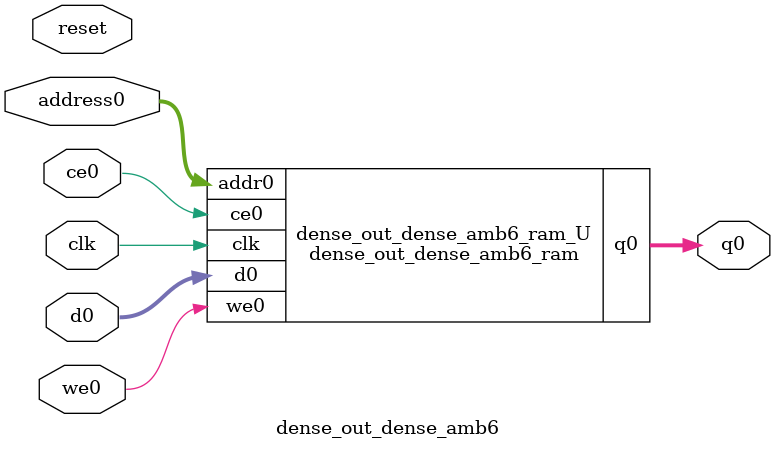
<source format=v>
`timescale 1 ns / 1 ps
module dense_out_dense_amb6_ram (addr0, ce0, d0, we0, q0,  clk);

parameter DWIDTH = 32;
parameter AWIDTH = 4;
parameter MEM_SIZE = 10;

input[AWIDTH-1:0] addr0;
input ce0;
input[DWIDTH-1:0] d0;
input we0;
output reg[DWIDTH-1:0] q0;
input clk;

(* ram_style = "distributed" *)reg [DWIDTH-1:0] ram[0:MEM_SIZE-1];




always @(posedge clk)  
begin 
    if (ce0) 
    begin
        if (we0) 
        begin 
            ram[addr0] <= d0; 
        end 
        q0 <= ram[addr0];
    end
end


endmodule

`timescale 1 ns / 1 ps
module dense_out_dense_amb6(
    reset,
    clk,
    address0,
    ce0,
    we0,
    d0,
    q0);

parameter DataWidth = 32'd32;
parameter AddressRange = 32'd10;
parameter AddressWidth = 32'd4;
input reset;
input clk;
input[AddressWidth - 1:0] address0;
input ce0;
input we0;
input[DataWidth - 1:0] d0;
output[DataWidth - 1:0] q0;



dense_out_dense_amb6_ram dense_out_dense_amb6_ram_U(
    .clk( clk ),
    .addr0( address0 ),
    .ce0( ce0 ),
    .we0( we0 ),
    .d0( d0 ),
    .q0( q0 ));

endmodule


</source>
